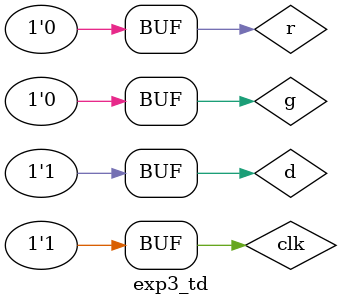
<source format=v>
`timescale 1 ns/1 ps
module Dtrigger(
    input  wire din,
    input  wire clk,
    input  wire reset,
    output reg dout,
    input wire enabler
);
always @(posedge clk) begin
    if (enabler==1'b1) begin
        
    end else begin
        if(reset==1'b1)begin
            dout<=1'b0;
        end else begin
            dout<=din;
        end
    end

end

endmodule // Dtriggerinput  wire din,
module exp3_td;
    reg clk;
    reg d;
    wire out;
    reg r;
    reg g;
    Dtrigger test(d,clk,r,out,g);
    
    initial begin
        $dumpfile("exp3_td.vcd");
        $dumpvars(0,exp3_td);
    end
    initial begin
        clk = 0;
        repeat(20)begin
            #1 clk=0;
            #1 clk=1;
        end
    end
    initial begin
        repeat(10)begin
            #3 d=0;
            #3 d=1;
        end
    end
    initial begin
        g=1; r=1; d=0;
        #10 g=0; r =1;
        #5 r =0;
    end

endmodule  
</source>
